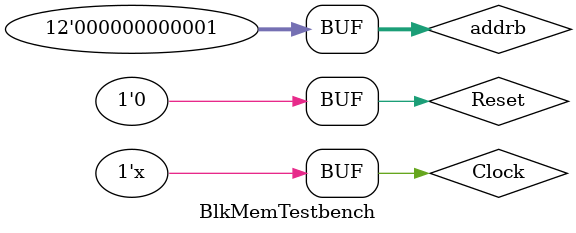
<source format=v>
`timescale 1ns / 1ps

module BlkMemTestbench();

  parameter Halfcycle = 5; //half period is 5ns

  localparam Cycle = 2*Halfcycle;

  reg Clock;
  reg Reset;

  // Clock Sinal generation:
  initial Clock = 0; 
  always #(Halfcycle) Clock = ~Clock;

  // Register and wires to test the RegFile
  wire FPGA_SERIAL_RX, FPGA_SERIAL_TX;
  wire [31:0] Instr;
  reg [11:0] addrb;

  IMEM_blk_ram imem(
  .clka   (Clock),
  .ena    (1'b1),
  .wea    (4'b0000),
  .addra  (),
  .dina   (),
  .clkb   (Clock),
  .addrb  (addrb),
  .doutb  (Instr)
  );
  

  // Testing logic:
  initial begin
    Reset = 1;
    #(5*Cycle);
    Reset = 0;
    // Verify that writing to reg 0 is a nop
	  addrb = 12'h000;
	  #(100*Cycle);
	  addrb = 12'h001;
	  #(100*Cycle);
    // Verify that data written to any other register is returned the same
    // cycle
    //write reg1
    #Cycle;

	 
	  #Cycle;

    // Verify that the we pin prevents data from being written

    // Verify the reads are asynchronous
   
    #(Cycle*100);
    $display("All tests passed!");
    //$finish();
  end
endmodule

</source>
